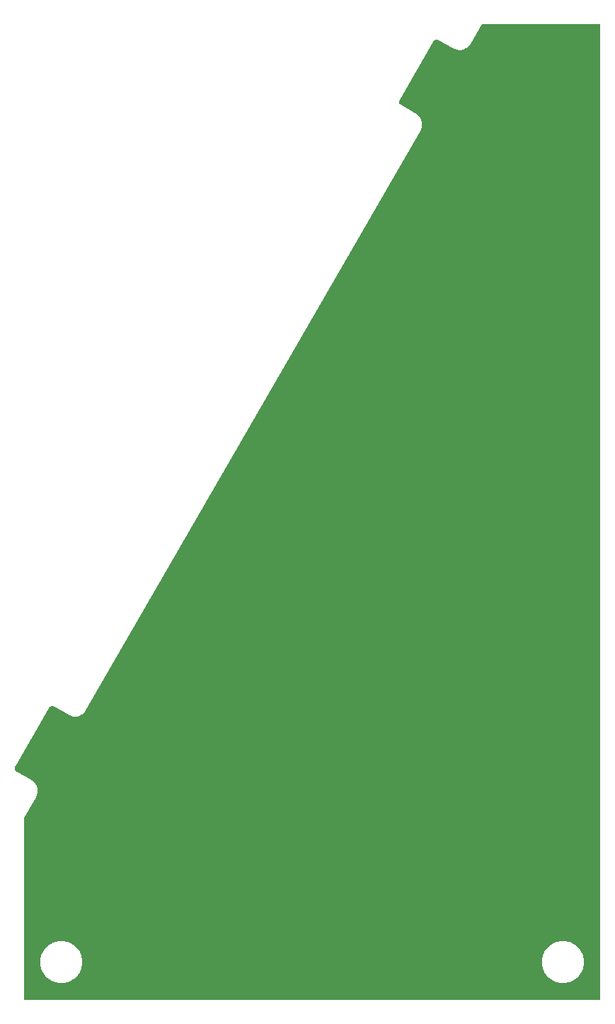
<source format=gbl>
G04*
G04 #@! TF.GenerationSoftware,Altium Limited,Altium Designer,25.5.2 (35)*
G04*
G04 Layer_Physical_Order=2*
G04 Layer_Color=16711680*
%FSLAX44Y44*%
%MOMM*%
G71*
G04*
G04 #@! TF.SameCoordinates,602AA96B-E86A-4CCD-AD49-3003D2A26B06*
G04*
G04*
G04 #@! TF.FilePolarity,Positive*
G04*
G01*
G75*
G36*
X754902Y5098D02*
X65098D01*
Y222334D01*
X79415Y247132D01*
X79456Y247252D01*
X79535Y247352D01*
X79983Y248225D01*
X80087Y248588D01*
X80276Y248915D01*
X80906Y250771D01*
X80971Y251269D01*
X81133Y251745D01*
X81389Y253688D01*
X81356Y254189D01*
X81421Y254687D01*
X81293Y256643D01*
X81163Y257128D01*
X81130Y257629D01*
X80623Y259523D01*
X80401Y259973D01*
X80271Y260458D01*
X79404Y262216D01*
X79098Y262614D01*
X78876Y263065D01*
X77683Y264620D01*
X77305Y264951D01*
X77000Y265349D01*
X75526Y266642D01*
X75199Y266831D01*
X74927Y267094D01*
X74103Y267625D01*
X73984Y267672D01*
X73889Y267756D01*
X56568Y277756D01*
X56568Y277756D01*
X56150Y277997D01*
X55424Y278634D01*
X54836Y279400D01*
X54409Y280266D01*
X54159Y281199D01*
X54096Y282162D01*
X54222Y283120D01*
X54532Y284034D01*
X54774Y284452D01*
X54774Y284452D01*
X94774Y353734D01*
X94774Y353734D01*
X95015Y354152D01*
X95652Y354879D01*
X96418Y355466D01*
X97284Y355894D01*
X98217Y356143D01*
X99180Y356207D01*
X100138Y356081D01*
X101052Y355770D01*
X101470Y355529D01*
D01*
X118791Y345529D01*
X118911Y345488D01*
X119011Y345409D01*
X119883Y344961D01*
X120247Y344857D01*
X120574Y344668D01*
X122430Y344038D01*
X122928Y343972D01*
X123404Y343811D01*
X125347Y343555D01*
X125848Y343588D01*
X126346Y343522D01*
X128302Y343650D01*
X128787Y343780D01*
X129288Y343813D01*
X131182Y344321D01*
X131632Y344543D01*
X132117Y344673D01*
X133875Y345540D01*
X134273Y345845D01*
X134724Y346067D01*
X136279Y347261D01*
X136610Y347638D01*
X137008Y347944D01*
X138301Y349418D01*
X138490Y349745D01*
X138753Y350017D01*
X139284Y350841D01*
X139331Y350960D01*
X139415Y351055D01*
X539415Y1043875D01*
X539456Y1043995D01*
X539535Y1044095D01*
X539983Y1044968D01*
X540087Y1045331D01*
X540276Y1045658D01*
X540906Y1047515D01*
X540971Y1048012D01*
X541133Y1048488D01*
X541389Y1050432D01*
X541356Y1050932D01*
X541421Y1051430D01*
X541293Y1053387D01*
X541163Y1053871D01*
X541130Y1054372D01*
X540623Y1056266D01*
X540401Y1056716D01*
X540271Y1057201D01*
X539404Y1058960D01*
X539098Y1059358D01*
X538876Y1059808D01*
X537683Y1061363D01*
X537305Y1061694D01*
X537000Y1062093D01*
X535526Y1063385D01*
X535199Y1063574D01*
X534927Y1063837D01*
X534103Y1064369D01*
X533984Y1064415D01*
X533889Y1064499D01*
X516568Y1074499D01*
X516568Y1074499D01*
X516150Y1074741D01*
X515424Y1075377D01*
X514836Y1076143D01*
X514409Y1077010D01*
X514159Y1077942D01*
X514096Y1078906D01*
X514222Y1079863D01*
X514532Y1080778D01*
X514774Y1081196D01*
X514774Y1081196D01*
X554774Y1150478D01*
X554774Y1150478D01*
X555015Y1150896D01*
X555652Y1151622D01*
X556418Y1152210D01*
X557284Y1152637D01*
X558217Y1152887D01*
X559180Y1152950D01*
X560138Y1152824D01*
X561052Y1152514D01*
X561470Y1152272D01*
D01*
X578791Y1142272D01*
X578911Y1142231D01*
X579011Y1142152D01*
X579883Y1141704D01*
X580247Y1141600D01*
X580574Y1141411D01*
X582430Y1140781D01*
X582928Y1140715D01*
X583404Y1140554D01*
X585347Y1140298D01*
X585848Y1140331D01*
X586346Y1140266D01*
X588302Y1140394D01*
X588787Y1140524D01*
X589288Y1140557D01*
X591182Y1141064D01*
X591632Y1141286D01*
X592117Y1141416D01*
X593875Y1142283D01*
X594273Y1142589D01*
X594724Y1142811D01*
X596279Y1144004D01*
X596610Y1144382D01*
X597008Y1144687D01*
X598301Y1146161D01*
X598490Y1146488D01*
X598753Y1146760D01*
X599285Y1147585D01*
X599331Y1147703D01*
X599415Y1147798D01*
X612943Y1171230D01*
X754902D01*
Y5098D01*
D02*
G37*
%LPC*%
G36*
X711970Y75098D02*
X708030D01*
X707538Y75000D01*
X707036D01*
X703172Y74231D01*
X702708Y74039D01*
X702215Y73941D01*
X698576Y72434D01*
X698158Y72155D01*
X697694Y71963D01*
X694418Y69774D01*
X694063Y69419D01*
X693646Y69140D01*
X690860Y66354D01*
X690581Y65937D01*
X690226Y65581D01*
X688037Y62306D01*
X687845Y61842D01*
X687566Y61424D01*
X686059Y57785D01*
X685961Y57292D01*
X685769Y56828D01*
X685000Y52964D01*
Y52462D01*
X684902Y51970D01*
Y50000D01*
Y48030D01*
X685000Y47538D01*
Y47036D01*
X685769Y43172D01*
X685961Y42708D01*
X686059Y42215D01*
X687566Y38575D01*
X687845Y38158D01*
X688037Y37694D01*
X690226Y34418D01*
X690581Y34063D01*
X690860Y33646D01*
X693646Y30860D01*
X694063Y30581D01*
X694418Y30226D01*
X697694Y28037D01*
X698158Y27845D01*
X698576Y27566D01*
X702215Y26059D01*
X702708Y25961D01*
X703172Y25769D01*
X707036Y25000D01*
X707538D01*
X708030Y24902D01*
X711970D01*
X712462Y25000D01*
X712964D01*
X716828Y25769D01*
X717292Y25961D01*
X717785Y26059D01*
X721424Y27566D01*
X721842Y27845D01*
X722306Y28037D01*
X725582Y30226D01*
X725937Y30581D01*
X726354Y30860D01*
X729140Y33646D01*
X729419Y34063D01*
X729774Y34418D01*
X731963Y37694D01*
X732155Y38158D01*
X732434Y38575D01*
X733941Y42215D01*
X734039Y42708D01*
X734231Y43172D01*
X735000Y47036D01*
Y47538D01*
X735098Y48030D01*
Y50000D01*
Y51970D01*
X735000Y52462D01*
Y52964D01*
X734231Y56828D01*
X734039Y57292D01*
X733941Y57785D01*
X732434Y61424D01*
X732155Y61842D01*
X731963Y62306D01*
X729774Y65581D01*
X729419Y65936D01*
X729140Y66354D01*
X726354Y69140D01*
X725937Y69419D01*
X725582Y69774D01*
X722306Y71963D01*
X721842Y72155D01*
X721424Y72434D01*
X717785Y73941D01*
X717292Y74039D01*
X716828Y74231D01*
X712964Y75000D01*
X712462D01*
X711970Y75098D01*
D02*
G37*
G36*
X111970D02*
X108030D01*
X107538Y75000D01*
X107036D01*
X103172Y74231D01*
X102708Y74039D01*
X102215Y73941D01*
X98575Y72434D01*
X98158Y72155D01*
X97694Y71963D01*
X94418Y69774D01*
X94063Y69419D01*
X93646Y69140D01*
X90860Y66354D01*
X90581Y65937D01*
X90226Y65581D01*
X88037Y62306D01*
X87845Y61842D01*
X87566Y61424D01*
X86059Y57785D01*
X85961Y57292D01*
X85769Y56828D01*
X85000Y52964D01*
Y52462D01*
X84902Y51970D01*
Y50000D01*
Y48030D01*
X85000Y47538D01*
Y47036D01*
X85769Y43172D01*
X85961Y42708D01*
X86059Y42215D01*
X87566Y38575D01*
X87845Y38158D01*
X88037Y37694D01*
X90226Y34418D01*
X90581Y34063D01*
X90860Y33646D01*
X93646Y30860D01*
X94063Y30581D01*
X94418Y30226D01*
X97694Y28037D01*
X98158Y27845D01*
X98575Y27566D01*
X102215Y26059D01*
X102708Y25961D01*
X103172Y25769D01*
X107036Y25000D01*
X107538D01*
X108030Y24902D01*
X111970D01*
X112462Y25000D01*
X112964D01*
X116828Y25769D01*
X117292Y25961D01*
X117785Y26059D01*
X121424Y27566D01*
X121842Y27845D01*
X122306Y28037D01*
X125582Y30226D01*
X125937Y30581D01*
X126354Y30860D01*
X129140Y33646D01*
X129419Y34063D01*
X129774Y34418D01*
X131963Y37694D01*
X132155Y38158D01*
X132434Y38575D01*
X133941Y42215D01*
X134039Y42708D01*
X134231Y43172D01*
X135000Y47036D01*
Y47538D01*
X135098Y48030D01*
Y50000D01*
Y51970D01*
X135000Y52462D01*
Y52964D01*
X134231Y56828D01*
X134039Y57292D01*
X133941Y57785D01*
X132434Y61424D01*
X132155Y61842D01*
X131963Y62306D01*
X129774Y65581D01*
X129419Y65936D01*
X129140Y66354D01*
X126354Y69140D01*
X125937Y69419D01*
X125582Y69774D01*
X122306Y71963D01*
X121842Y72155D01*
X121425Y72434D01*
X117785Y73941D01*
X117292Y74039D01*
X116828Y74231D01*
X112964Y75000D01*
X112462D01*
X111970Y75098D01*
D02*
G37*
%LPD*%
M02*

</source>
